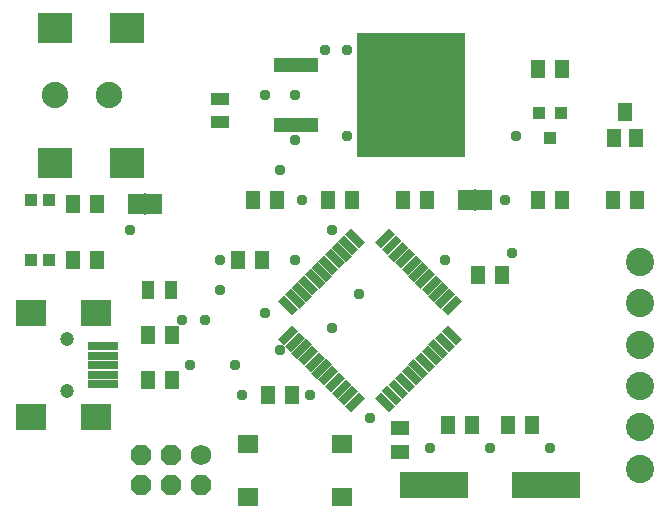
<source format=gbr>
G04 EAGLE Gerber X2 export*
%TF.Part,Single*%
%TF.FileFunction,Soldermask,Top,1*%
%TF.FilePolarity,Positive*%
%TF.GenerationSoftware,Autodesk,EAGLE,9.2.2*%
%TF.CreationDate,2018-11-13T01:57:23Z*%
G75*
%MOMM*%
%FSLAX34Y34*%
%LPD*%
%INSoldermask Top*%
%AMOC8*
5,1,8,0,0,1.08239X$1,22.5*%
G01*
%ADD10R,1.303200X1.603200*%
%ADD11R,1.603200X1.303200*%
%ADD12R,2.603200X2.203200*%
%ADD13R,2.511200X0.703200*%
%ADD14C,1.203200*%
%ADD15R,1.623200X1.093200*%
%ADD16R,1.093200X1.623200*%
%ADD17R,3.003200X2.603200*%
%ADD18C,2.235200*%
%ADD19C,2.387600*%
%ADD20R,1.003200X1.003200*%
%ADD21R,1.003200X1.103200*%
%ADD22R,1.753200X1.503200*%
%ADD23R,1.371600X1.803400*%
%ADD24R,0.152400X1.828800*%
%ADD25C,1.727200*%
%ADD26P,1.869504X8X202.500000*%
%ADD27R,1.203200X1.603200*%
%ADD28R,1.703200X0.703200*%
%ADD29R,0.703200X1.703200*%
%ADD30R,9.203200X10.553200*%
%ADD31R,3.703200X1.153200*%
%ADD32R,5.803200X2.303200*%
%ADD33C,0.959600*%


D10*
X327500Y215900D03*
X307500Y215900D03*
X510700Y190500D03*
X530700Y190500D03*
X459900Y190500D03*
X479900Y190500D03*
D11*
X419100Y187800D03*
X419100Y167800D03*
D10*
X378300Y381000D03*
X358300Y381000D03*
X485300Y317500D03*
X505300Y317500D03*
X294800Y381000D03*
X314800Y381000D03*
X302100Y330200D03*
X282100Y330200D03*
D12*
X162000Y285300D03*
D13*
X167640Y257300D03*
X167640Y249300D03*
X167640Y241300D03*
X167640Y233300D03*
X167640Y225300D03*
D12*
X107000Y285300D03*
X162000Y197300D03*
X107000Y197300D03*
D14*
X137000Y263300D03*
X137000Y219300D03*
D15*
X266700Y447500D03*
X266700Y466900D03*
D16*
X206200Y304800D03*
X225600Y304800D03*
D17*
X127000Y526900D03*
X127000Y412900D03*
X188000Y526900D03*
X188000Y412900D03*
D18*
X127000Y469900D03*
X172720Y469900D03*
D19*
X622300Y188800D03*
X622300Y223800D03*
X622300Y258800D03*
X622300Y293800D03*
X622300Y328800D03*
X622300Y153800D03*
D20*
X106800Y330200D03*
X121800Y330200D03*
X106800Y381000D03*
X121800Y381000D03*
D21*
X555600Y454500D03*
X536600Y454500D03*
X546100Y433500D03*
D10*
X205900Y266700D03*
X225900Y266700D03*
X205900Y228600D03*
X225900Y228600D03*
X536100Y381000D03*
X556100Y381000D03*
X441800Y381000D03*
X421800Y381000D03*
X556100Y492125D03*
X536100Y492125D03*
X142400Y330200D03*
X162400Y330200D03*
X142400Y377825D03*
X162400Y377825D03*
X619600Y381000D03*
X599600Y381000D03*
D22*
X369950Y129900D03*
X290450Y129900D03*
X369950Y174900D03*
X290450Y174900D03*
D23*
X474980Y381000D03*
X490220Y381000D03*
D24*
X482600Y381000D03*
D23*
X210820Y377825D03*
X195580Y377825D03*
D24*
X203200Y377825D03*
D25*
X250825Y165100D03*
D26*
X225425Y165100D03*
X200025Y165100D03*
X250825Y139700D03*
X225425Y139700D03*
X200025Y139700D03*
D27*
X600100Y433500D03*
X619100Y433500D03*
X609600Y455500D03*
D28*
G36*
X332911Y270207D02*
X320869Y258165D01*
X315897Y263137D01*
X327939Y275179D01*
X332911Y270207D01*
G37*
G36*
X338567Y264550D02*
X326525Y252508D01*
X321553Y257480D01*
X333595Y269522D01*
X338567Y264550D01*
G37*
G36*
X344224Y258893D02*
X332182Y246851D01*
X327210Y251823D01*
X339252Y263865D01*
X344224Y258893D01*
G37*
G36*
X349881Y253237D02*
X337839Y241195D01*
X332867Y246167D01*
X344909Y258209D01*
X349881Y253237D01*
G37*
G36*
X355538Y247580D02*
X343496Y235538D01*
X338524Y240510D01*
X350566Y252552D01*
X355538Y247580D01*
G37*
G36*
X361195Y241923D02*
X349153Y229881D01*
X344181Y234853D01*
X356223Y246895D01*
X361195Y241923D01*
G37*
G36*
X366852Y236266D02*
X354810Y224224D01*
X349838Y229196D01*
X361880Y241238D01*
X366852Y236266D01*
G37*
G36*
X372509Y230609D02*
X360467Y218567D01*
X355495Y223539D01*
X367537Y235581D01*
X372509Y230609D01*
G37*
G36*
X378165Y224952D02*
X366123Y212910D01*
X361151Y217882D01*
X373193Y229924D01*
X378165Y224952D01*
G37*
G36*
X383822Y219295D02*
X371780Y207253D01*
X366808Y212225D01*
X378850Y224267D01*
X383822Y219295D01*
G37*
G36*
X389479Y213639D02*
X377437Y201597D01*
X372465Y206569D01*
X384507Y218611D01*
X389479Y213639D01*
G37*
D29*
G36*
X414935Y206569D02*
X409963Y201597D01*
X397921Y213639D01*
X402893Y218611D01*
X414935Y206569D01*
G37*
G36*
X420592Y212225D02*
X415620Y207253D01*
X403578Y219295D01*
X408550Y224267D01*
X420592Y212225D01*
G37*
G36*
X426249Y217882D02*
X421277Y212910D01*
X409235Y224952D01*
X414207Y229924D01*
X426249Y217882D01*
G37*
G36*
X431905Y223539D02*
X426933Y218567D01*
X414891Y230609D01*
X419863Y235581D01*
X431905Y223539D01*
G37*
G36*
X437562Y229196D02*
X432590Y224224D01*
X420548Y236266D01*
X425520Y241238D01*
X437562Y229196D01*
G37*
G36*
X443219Y234853D02*
X438247Y229881D01*
X426205Y241923D01*
X431177Y246895D01*
X443219Y234853D01*
G37*
G36*
X448876Y240510D02*
X443904Y235538D01*
X431862Y247580D01*
X436834Y252552D01*
X448876Y240510D01*
G37*
G36*
X454533Y246167D02*
X449561Y241195D01*
X437519Y253237D01*
X442491Y258209D01*
X454533Y246167D01*
G37*
G36*
X460190Y251823D02*
X455218Y246851D01*
X443176Y258893D01*
X448148Y263865D01*
X460190Y251823D01*
G37*
G36*
X465847Y257480D02*
X460875Y252508D01*
X448833Y264550D01*
X453805Y269522D01*
X465847Y257480D01*
G37*
G36*
X471503Y263137D02*
X466531Y258165D01*
X454489Y270207D01*
X459461Y275179D01*
X471503Y263137D01*
G37*
D28*
G36*
X471503Y295663D02*
X459461Y283621D01*
X454489Y288593D01*
X466531Y300635D01*
X471503Y295663D01*
G37*
G36*
X465847Y301320D02*
X453805Y289278D01*
X448833Y294250D01*
X460875Y306292D01*
X465847Y301320D01*
G37*
G36*
X460190Y306977D02*
X448148Y294935D01*
X443176Y299907D01*
X455218Y311949D01*
X460190Y306977D01*
G37*
G36*
X454533Y312633D02*
X442491Y300591D01*
X437519Y305563D01*
X449561Y317605D01*
X454533Y312633D01*
G37*
G36*
X448876Y318290D02*
X436834Y306248D01*
X431862Y311220D01*
X443904Y323262D01*
X448876Y318290D01*
G37*
G36*
X443219Y323947D02*
X431177Y311905D01*
X426205Y316877D01*
X438247Y328919D01*
X443219Y323947D01*
G37*
G36*
X437562Y329604D02*
X425520Y317562D01*
X420548Y322534D01*
X432590Y334576D01*
X437562Y329604D01*
G37*
G36*
X431905Y335261D02*
X419863Y323219D01*
X414891Y328191D01*
X426933Y340233D01*
X431905Y335261D01*
G37*
G36*
X426249Y340918D02*
X414207Y328876D01*
X409235Y333848D01*
X421277Y345890D01*
X426249Y340918D01*
G37*
G36*
X420592Y346575D02*
X408550Y334533D01*
X403578Y339505D01*
X415620Y351547D01*
X420592Y346575D01*
G37*
G36*
X414935Y352231D02*
X402893Y340189D01*
X397921Y345161D01*
X409963Y357203D01*
X414935Y352231D01*
G37*
D29*
G36*
X389479Y345161D02*
X384507Y340189D01*
X372465Y352231D01*
X377437Y357203D01*
X389479Y345161D01*
G37*
G36*
X383822Y339505D02*
X378850Y334533D01*
X366808Y346575D01*
X371780Y351547D01*
X383822Y339505D01*
G37*
G36*
X378165Y333848D02*
X373193Y328876D01*
X361151Y340918D01*
X366123Y345890D01*
X378165Y333848D01*
G37*
G36*
X372509Y328191D02*
X367537Y323219D01*
X355495Y335261D01*
X360467Y340233D01*
X372509Y328191D01*
G37*
G36*
X366852Y322534D02*
X361880Y317562D01*
X349838Y329604D01*
X354810Y334576D01*
X366852Y322534D01*
G37*
G36*
X361195Y316877D02*
X356223Y311905D01*
X344181Y323947D01*
X349153Y328919D01*
X361195Y316877D01*
G37*
G36*
X355538Y311220D02*
X350566Y306248D01*
X338524Y318290D01*
X343496Y323262D01*
X355538Y311220D01*
G37*
G36*
X349881Y305563D02*
X344909Y300591D01*
X332867Y312633D01*
X337839Y317605D01*
X349881Y305563D01*
G37*
G36*
X344224Y299907D02*
X339252Y294935D01*
X327210Y306977D01*
X332182Y311949D01*
X344224Y299907D01*
G37*
G36*
X338567Y294250D02*
X333595Y289278D01*
X321553Y301320D01*
X326525Y306292D01*
X338567Y294250D01*
G37*
G36*
X332911Y288593D02*
X327939Y283621D01*
X315897Y295663D01*
X320869Y300635D01*
X332911Y288593D01*
G37*
D30*
X428700Y469900D03*
D31*
X331200Y444500D03*
X331200Y495300D03*
D32*
X447800Y139700D03*
X542800Y139700D03*
D33*
X361950Y273050D03*
X304800Y285750D03*
X266700Y330200D03*
X234950Y279400D03*
X241300Y241300D03*
X279400Y241300D03*
X285750Y215900D03*
X444500Y171450D03*
X495300Y171450D03*
X546100Y171450D03*
X393700Y196850D03*
X361950Y355600D03*
X514350Y336550D03*
X336550Y381000D03*
X508000Y381000D03*
X441325Y431800D03*
X444500Y511175D03*
X409575Y469900D03*
X266700Y304800D03*
X317500Y254000D03*
X330200Y431800D03*
X317500Y406400D03*
X254000Y279400D03*
X190500Y355600D03*
X342900Y215900D03*
X384175Y301625D03*
X517525Y434975D03*
X330200Y469900D03*
X304800Y469900D03*
X355600Y508000D03*
X330200Y330200D03*
X456938Y330462D03*
X374650Y508000D03*
X374650Y434975D03*
M02*

</source>
